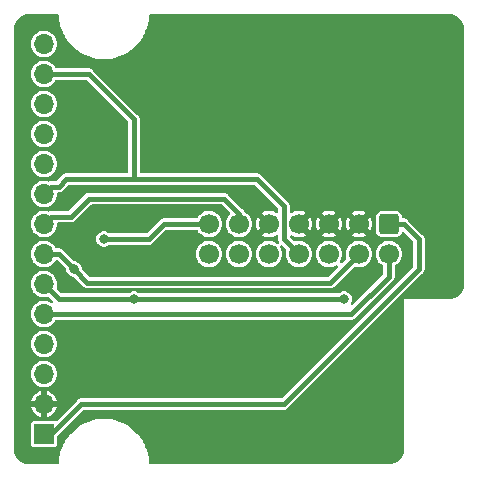
<source format=gtl>
G04 #@! TF.GenerationSoftware,KiCad,Pcbnew,7.0.2*
G04 #@! TF.CreationDate,2023-05-16T20:10:08+02:00*
G04 #@! TF.ProjectId,Display Adapter,44697370-6c61-4792-9041-646170746572,V1.0*
G04 #@! TF.SameCoordinates,Original*
G04 #@! TF.FileFunction,Copper,L1,Top*
G04 #@! TF.FilePolarity,Positive*
%FSLAX46Y46*%
G04 Gerber Fmt 4.6, Leading zero omitted, Abs format (unit mm)*
G04 Created by KiCad (PCBNEW 7.0.2) date 2023-05-16 20:10:08*
%MOMM*%
%LPD*%
G01*
G04 APERTURE LIST*
G04 Aperture macros list*
%AMRoundRect*
0 Rectangle with rounded corners*
0 $1 Rounding radius*
0 $2 $3 $4 $5 $6 $7 $8 $9 X,Y pos of 4 corners*
0 Add a 4 corners polygon primitive as box body*
4,1,4,$2,$3,$4,$5,$6,$7,$8,$9,$2,$3,0*
0 Add four circle primitives for the rounded corners*
1,1,$1+$1,$2,$3*
1,1,$1+$1,$4,$5*
1,1,$1+$1,$6,$7*
1,1,$1+$1,$8,$9*
0 Add four rect primitives between the rounded corners*
20,1,$1+$1,$2,$3,$4,$5,0*
20,1,$1+$1,$4,$5,$6,$7,0*
20,1,$1+$1,$6,$7,$8,$9,0*
20,1,$1+$1,$8,$9,$2,$3,0*%
G04 Aperture macros list end*
G04 #@! TA.AperFunction,ComponentPad*
%ADD10RoundRect,0.250000X-0.600000X0.600000X-0.600000X-0.600000X0.600000X-0.600000X0.600000X0.600000X0*%
G04 #@! TD*
G04 #@! TA.AperFunction,ComponentPad*
%ADD11C,1.700000*%
G04 #@! TD*
G04 #@! TA.AperFunction,ComponentPad*
%ADD12R,1.700000X1.700000*%
G04 #@! TD*
G04 #@! TA.AperFunction,ComponentPad*
%ADD13O,1.700000X1.700000*%
G04 #@! TD*
G04 #@! TA.AperFunction,ViaPad*
%ADD14C,0.800000*%
G04 #@! TD*
G04 #@! TA.AperFunction,Conductor*
%ADD15C,0.440000*%
G04 #@! TD*
G04 APERTURE END LIST*
D10*
X161290000Y-101600000D03*
D11*
X161290000Y-104140000D03*
X158750000Y-101600000D03*
X158750000Y-104140000D03*
X156210000Y-101600000D03*
X156210000Y-104140000D03*
X153670000Y-101600000D03*
X153670000Y-104140000D03*
X151130000Y-101600000D03*
X151130000Y-104140000D03*
X148590000Y-101600000D03*
X148590000Y-104140000D03*
X146050000Y-101600000D03*
X146050000Y-104140000D03*
D12*
X132080000Y-119380000D03*
D13*
X132080000Y-116840000D03*
X132080000Y-114300000D03*
X132080000Y-111760000D03*
X132080000Y-109220000D03*
X132080000Y-106680000D03*
X132080000Y-104140000D03*
X132080000Y-101600000D03*
X132080000Y-99060000D03*
X132080000Y-96520000D03*
X132080000Y-93980000D03*
X132080000Y-91440000D03*
X132080000Y-88900000D03*
X132080000Y-86360000D03*
D14*
X158750000Y-106680000D03*
X130810000Y-85090000D03*
X158750000Y-113030000D03*
X142240000Y-93980000D03*
X163830000Y-106680000D03*
X138430000Y-95250000D03*
X149860000Y-99060000D03*
X139700000Y-87630000D03*
X152400000Y-110490000D03*
X143510000Y-105410000D03*
X153670000Y-99060000D03*
X138430000Y-101600000D03*
X157480000Y-107950000D03*
X139700000Y-107950000D03*
X134620000Y-105410000D03*
X137160000Y-102870000D03*
D15*
X152400000Y-102870000D02*
X153670000Y-104140000D01*
X150123026Y-97790000D02*
X152400000Y-100066974D01*
X133985000Y-97790000D02*
X150123026Y-97790000D01*
X133350000Y-98425000D02*
X133985000Y-97790000D01*
X152400000Y-100066974D02*
X152400000Y-102870000D01*
X132715000Y-98425000D02*
X133350000Y-98425000D01*
X132080000Y-99060000D02*
X132715000Y-98425000D01*
X162560000Y-101600000D02*
X161290000Y-101600000D01*
X163830000Y-102870000D02*
X162560000Y-101600000D01*
X163830000Y-105410000D02*
X163830000Y-102870000D01*
X152400000Y-116840000D02*
X163830000Y-105410000D01*
X132715000Y-119380000D02*
X135255000Y-116840000D01*
X135255000Y-116840000D02*
X152400000Y-116840000D01*
X132080000Y-119380000D02*
X132715000Y-119380000D01*
X158115000Y-109220000D02*
X161290000Y-106045000D01*
X161290000Y-106045000D02*
X161290000Y-104140000D01*
X132080000Y-109220000D02*
X158115000Y-109220000D01*
X133350000Y-107950000D02*
X157480000Y-107950000D01*
X134620000Y-107950000D02*
X139700000Y-107950000D01*
X132080000Y-106680000D02*
X133350000Y-107950000D01*
X156337000Y-106553000D02*
X135763000Y-106553000D01*
X135763000Y-106553000D02*
X134620000Y-105410000D01*
X132080000Y-104140000D02*
X133350000Y-104140000D01*
X133350000Y-104140000D02*
X134620000Y-105410000D01*
X158750000Y-104140000D02*
X156337000Y-106553000D01*
X147320000Y-99441000D02*
X148590000Y-100711000D01*
X148590000Y-100711000D02*
X148590000Y-101600000D01*
X132715000Y-100965000D02*
X134366000Y-100965000D01*
X132080000Y-101600000D02*
X132715000Y-100965000D01*
X134366000Y-100965000D02*
X135890000Y-99441000D01*
X135890000Y-99441000D02*
X147320000Y-99441000D01*
X139700000Y-92710000D02*
X139700000Y-97790000D01*
X135890000Y-88900000D02*
X139700000Y-92710000D01*
X132080000Y-88900000D02*
X135890000Y-88900000D01*
X140970000Y-102870000D02*
X137160000Y-102870000D01*
X146050000Y-101600000D02*
X142240000Y-101600000D01*
X142240000Y-101600000D02*
X140970000Y-102870000D01*
G04 #@! TA.AperFunction,Conductor*
G36*
X133291621Y-83840502D02*
G01*
X133338114Y-83894158D01*
X133349500Y-83946500D01*
X133349500Y-84007198D01*
X133349802Y-84010270D01*
X133349803Y-84010278D01*
X133369805Y-84213359D01*
X133370250Y-84219328D01*
X133374429Y-84301743D01*
X133380298Y-84319896D01*
X133385538Y-84373094D01*
X133386198Y-84379791D01*
X133386799Y-84382814D01*
X133386802Y-84382832D01*
X133429411Y-84597037D01*
X133430379Y-84602538D01*
X133442070Y-84678857D01*
X133448709Y-84694058D01*
X133459239Y-84746992D01*
X133460128Y-84749925D01*
X133460132Y-84749938D01*
X133528066Y-84973886D01*
X133529469Y-84978879D01*
X133547171Y-85047249D01*
X133554038Y-85059504D01*
X133567023Y-85102313D01*
X133567920Y-85105267D01*
X133569096Y-85108107D01*
X133569100Y-85108117D01*
X133665222Y-85340175D01*
X133666969Y-85344632D01*
X133688692Y-85403284D01*
X133695252Y-85412674D01*
X133711195Y-85451163D01*
X133712656Y-85453896D01*
X133840056Y-85692246D01*
X133842057Y-85696152D01*
X133865199Y-85743330D01*
X133870941Y-85750028D01*
X133884859Y-85776066D01*
X133887684Y-85781351D01*
X133889402Y-85783923D01*
X133889405Y-85783927D01*
X134051606Y-86026678D01*
X134053770Y-86030030D01*
X134074938Y-86063990D01*
X134079364Y-86068221D01*
X134093958Y-86090062D01*
X134095687Y-86092649D01*
X134097660Y-86095053D01*
X134298819Y-86340167D01*
X134301057Y-86342973D01*
X134315800Y-86362019D01*
X134318459Y-86364098D01*
X134333201Y-86382061D01*
X134335404Y-86384264D01*
X134580688Y-86629548D01*
X134582917Y-86631833D01*
X134585343Y-86634385D01*
X134585835Y-86634695D01*
X134597939Y-86646799D01*
X134887351Y-86884313D01*
X135198649Y-87092316D01*
X135528837Y-87268805D01*
X135874733Y-87412080D01*
X136233008Y-87520761D01*
X136600209Y-87593802D01*
X136972802Y-87630500D01*
X136975894Y-87630500D01*
X137344106Y-87630500D01*
X137347198Y-87630500D01*
X137719791Y-87593802D01*
X138086992Y-87520761D01*
X138445267Y-87412080D01*
X138791163Y-87268805D01*
X139121351Y-87092316D01*
X139432649Y-86884313D01*
X139722061Y-86646799D01*
X139734163Y-86634696D01*
X139734568Y-86634475D01*
X139737033Y-86631882D01*
X139739192Y-86629667D01*
X139986799Y-86382061D01*
X140001537Y-86364101D01*
X140003755Y-86362590D01*
X140018917Y-86343003D01*
X140021091Y-86340275D01*
X140224313Y-86092649D01*
X140240631Y-86068226D01*
X140244366Y-86065105D01*
X140266217Y-86030048D01*
X140268359Y-86026728D01*
X140432316Y-85781351D01*
X140449056Y-85750031D01*
X140453960Y-85745038D01*
X140477929Y-85696176D01*
X140479931Y-85692269D01*
X140608805Y-85451163D01*
X140624745Y-85412679D01*
X140630447Y-85405603D01*
X140653020Y-85344655D01*
X140654755Y-85340227D01*
X140752080Y-85105267D01*
X140765960Y-85059509D01*
X140772064Y-85050195D01*
X140790519Y-84978916D01*
X140791923Y-84973921D01*
X140859862Y-84749957D01*
X140859867Y-84749938D01*
X140860761Y-84746992D01*
X140871288Y-84694068D01*
X140877382Y-84682417D01*
X140889614Y-84602570D01*
X140890574Y-84597110D01*
X140933802Y-84379791D01*
X140939694Y-84319962D01*
X140945357Y-84305938D01*
X140949747Y-84219345D01*
X140950188Y-84213418D01*
X140970500Y-84007198D01*
X140970500Y-83946499D01*
X140990502Y-83878379D01*
X141044158Y-83831886D01*
X141096500Y-83820500D01*
X166365045Y-83820500D01*
X166374929Y-83820887D01*
X166427001Y-83824986D01*
X166567429Y-83837272D01*
X166585846Y-83840271D01*
X166664452Y-83859143D01*
X166667537Y-83859927D01*
X166772681Y-83888100D01*
X166788265Y-83893390D01*
X166868446Y-83926602D01*
X166873413Y-83928787D01*
X166966686Y-83972282D01*
X166979237Y-83979026D01*
X167055121Y-84025528D01*
X167061505Y-84029713D01*
X167144082Y-84087534D01*
X167153630Y-84094928D01*
X167221919Y-84153252D01*
X167229184Y-84159968D01*
X167300030Y-84230814D01*
X167306746Y-84238079D01*
X167365070Y-84306368D01*
X167372469Y-84315923D01*
X167430275Y-84398479D01*
X167434482Y-84404895D01*
X167480963Y-84480744D01*
X167487726Y-84493330D01*
X167531200Y-84586561D01*
X167533414Y-84591593D01*
X167566603Y-84671719D01*
X167571901Y-84687326D01*
X167600057Y-84792406D01*
X167600869Y-84795604D01*
X167619724Y-84874144D01*
X167622725Y-84892574D01*
X167635019Y-85033082D01*
X167636135Y-85047249D01*
X167639112Y-85085065D01*
X167639500Y-85094940D01*
X167639500Y-106675055D01*
X167639111Y-106684942D01*
X167635020Y-106736916D01*
X167622726Y-106877426D01*
X167619725Y-106895853D01*
X167600869Y-106974395D01*
X167600057Y-106977592D01*
X167571901Y-107082672D01*
X167566603Y-107098279D01*
X167533414Y-107178405D01*
X167531200Y-107183437D01*
X167487726Y-107276668D01*
X167480963Y-107289254D01*
X167434482Y-107365103D01*
X167430263Y-107371538D01*
X167372472Y-107454071D01*
X167365070Y-107463630D01*
X167306746Y-107531919D01*
X167300030Y-107539184D01*
X167229184Y-107610030D01*
X167221919Y-107616746D01*
X167153630Y-107675070D01*
X167144071Y-107682472D01*
X167061538Y-107740263D01*
X167055103Y-107744482D01*
X166979254Y-107790963D01*
X166966668Y-107797726D01*
X166873437Y-107841200D01*
X166868405Y-107843414D01*
X166788279Y-107876603D01*
X166772672Y-107881901D01*
X166667592Y-107910057D01*
X166664394Y-107910869D01*
X166585854Y-107929724D01*
X166567424Y-107932725D01*
X166426917Y-107945019D01*
X166390836Y-107947860D01*
X166374921Y-107949112D01*
X166365059Y-107949500D01*
X162585158Y-107949500D01*
X162584952Y-107949459D01*
X162559999Y-107949459D01*
X162559900Y-107949500D01*
X162559618Y-107949615D01*
X162559617Y-107949617D01*
X162559459Y-107950000D01*
X162559476Y-107975014D01*
X162559471Y-107975014D01*
X162559500Y-107975157D01*
X162559500Y-120645055D01*
X162559111Y-120654942D01*
X162555020Y-120706916D01*
X162542726Y-120847426D01*
X162539725Y-120865853D01*
X162520869Y-120944395D01*
X162520057Y-120947592D01*
X162491901Y-121052672D01*
X162486603Y-121068279D01*
X162453414Y-121148405D01*
X162451200Y-121153437D01*
X162407726Y-121246668D01*
X162400963Y-121259254D01*
X162354482Y-121335103D01*
X162350263Y-121341538D01*
X162292472Y-121424071D01*
X162285070Y-121433630D01*
X162226746Y-121501919D01*
X162220030Y-121509184D01*
X162149184Y-121580030D01*
X162141919Y-121586746D01*
X162073630Y-121645070D01*
X162064071Y-121652472D01*
X161981538Y-121710263D01*
X161975103Y-121714482D01*
X161899254Y-121760963D01*
X161886668Y-121767726D01*
X161793437Y-121811200D01*
X161788405Y-121813414D01*
X161708279Y-121846603D01*
X161692672Y-121851901D01*
X161587592Y-121880057D01*
X161584394Y-121880869D01*
X161505854Y-121899724D01*
X161487424Y-121902725D01*
X161346917Y-121915019D01*
X161310836Y-121917860D01*
X161294921Y-121919112D01*
X161285059Y-121919500D01*
X141096500Y-121919500D01*
X141028379Y-121899498D01*
X140981886Y-121845842D01*
X140970500Y-121793500D01*
X140970500Y-121735894D01*
X140970500Y-121732802D01*
X140950190Y-121526603D01*
X140949747Y-121520650D01*
X140945565Y-121438197D01*
X140939695Y-121420043D01*
X140934106Y-121363297D01*
X140934106Y-121363296D01*
X140933802Y-121360209D01*
X140890581Y-121142927D01*
X140889617Y-121137442D01*
X140877928Y-121061140D01*
X140871288Y-121045932D01*
X140870565Y-121042297D01*
X140860761Y-120993008D01*
X140791925Y-120766086D01*
X140790524Y-120761098D01*
X140772827Y-120692751D01*
X140765960Y-120680490D01*
X140752976Y-120637686D01*
X140752974Y-120637681D01*
X140752080Y-120634733D01*
X140654766Y-120399797D01*
X140653028Y-120395364D01*
X140631308Y-120336718D01*
X140624745Y-120327320D01*
X140609990Y-120291698D01*
X140608805Y-120288837D01*
X140479942Y-120047751D01*
X140477941Y-120043845D01*
X140454801Y-119996671D01*
X140449057Y-119989969D01*
X140432316Y-119958649D01*
X140268383Y-119713306D01*
X140266232Y-119709974D01*
X140245068Y-119676019D01*
X140240631Y-119671773D01*
X140226040Y-119649936D01*
X140226038Y-119649933D01*
X140224313Y-119647351D01*
X140106076Y-119503279D01*
X140021176Y-119399827D01*
X140018938Y-119397021D01*
X140004204Y-119377986D01*
X140001538Y-119375899D01*
X139986799Y-119357939D01*
X139739310Y-119110450D01*
X139737081Y-119108164D01*
X139734663Y-119105620D01*
X139734163Y-119105303D01*
X139724264Y-119095404D01*
X139722061Y-119093201D01*
X139432649Y-118855687D01*
X139121351Y-118647684D01*
X138791163Y-118471195D01*
X138788309Y-118470013D01*
X138788301Y-118470009D01*
X138448117Y-118329100D01*
X138448107Y-118329096D01*
X138445267Y-118327920D01*
X138442325Y-118327027D01*
X138442318Y-118327025D01*
X138089938Y-118220132D01*
X138089925Y-118220128D01*
X138086992Y-118219239D01*
X138083966Y-118218637D01*
X137722832Y-118146802D01*
X137722814Y-118146799D01*
X137719791Y-118146198D01*
X137716714Y-118145894D01*
X137716701Y-118145893D01*
X137350278Y-118109803D01*
X137350270Y-118109802D01*
X137347198Y-118109500D01*
X136972802Y-118109500D01*
X136969730Y-118109802D01*
X136969721Y-118109803D01*
X136603298Y-118145893D01*
X136603282Y-118145895D01*
X136600209Y-118146198D01*
X136597188Y-118146798D01*
X136597167Y-118146802D01*
X136236033Y-118218637D01*
X136236027Y-118218638D01*
X136233008Y-118219239D01*
X136230079Y-118220127D01*
X136230061Y-118220132D01*
X135877681Y-118327025D01*
X135877667Y-118327029D01*
X135874733Y-118327920D01*
X135871898Y-118329094D01*
X135871882Y-118329100D01*
X135531698Y-118470009D01*
X135531682Y-118470016D01*
X135528837Y-118471195D01*
X135526108Y-118472653D01*
X135526103Y-118472656D01*
X135201381Y-118646223D01*
X135201369Y-118646229D01*
X135198649Y-118647684D01*
X135196085Y-118649397D01*
X135196072Y-118649405D01*
X134889932Y-118853962D01*
X134889926Y-118853966D01*
X134887351Y-118855687D01*
X134884955Y-118857653D01*
X134884946Y-118857660D01*
X134600347Y-119091224D01*
X134600337Y-119091232D01*
X134597939Y-119093201D01*
X134595744Y-119095395D01*
X134595744Y-119095396D01*
X134585832Y-119105308D01*
X134585417Y-119105534D01*
X134582889Y-119108194D01*
X134580668Y-119110471D01*
X134333201Y-119357939D01*
X134331228Y-119360341D01*
X134331228Y-119360343D01*
X134318458Y-119375903D01*
X134316237Y-119377415D01*
X134301054Y-119397029D01*
X134298819Y-119399833D01*
X134179982Y-119544637D01*
X134095687Y-119647351D01*
X134093968Y-119649922D01*
X134093961Y-119649933D01*
X134079363Y-119671780D01*
X134075626Y-119674902D01*
X134053755Y-119709991D01*
X134051592Y-119713342D01*
X133889405Y-119956072D01*
X133889397Y-119956085D01*
X133887684Y-119958649D01*
X133886229Y-119961369D01*
X133886223Y-119961381D01*
X133870941Y-119989972D01*
X133866034Y-119994967D01*
X133842046Y-120043869D01*
X133840045Y-120047774D01*
X133712656Y-120286103D01*
X133711195Y-120288837D01*
X133710017Y-120291680D01*
X133710007Y-120291702D01*
X133695252Y-120327325D01*
X133689547Y-120334404D01*
X133666961Y-120395387D01*
X133665214Y-120399844D01*
X133569100Y-120631882D01*
X133569094Y-120631898D01*
X133567920Y-120634733D01*
X133567030Y-120637663D01*
X133567018Y-120637700D01*
X133554037Y-120680495D01*
X133547933Y-120689808D01*
X133529469Y-120761121D01*
X133528066Y-120766114D01*
X133460132Y-120990061D01*
X133460127Y-120990079D01*
X133459239Y-120993008D01*
X133458641Y-120996012D01*
X133458639Y-120996022D01*
X133448709Y-121045944D01*
X133442614Y-121057594D01*
X133430379Y-121137460D01*
X133429411Y-121142960D01*
X133386802Y-121357167D01*
X133386798Y-121357188D01*
X133386198Y-121360209D01*
X133385895Y-121363276D01*
X133385893Y-121363296D01*
X133380298Y-121420109D01*
X133374640Y-121434120D01*
X133370251Y-121520666D01*
X133369806Y-121526634D01*
X133351719Y-121710275D01*
X133349500Y-121732802D01*
X133349500Y-121735893D01*
X133349500Y-121735894D01*
X133349500Y-121793500D01*
X133329498Y-121861621D01*
X133275842Y-121908114D01*
X133223500Y-121919500D01*
X130814945Y-121919500D01*
X130805058Y-121919111D01*
X130753083Y-121915020D01*
X130612572Y-121902726D01*
X130594145Y-121899725D01*
X130515603Y-121880869D01*
X130512406Y-121880057D01*
X130407326Y-121851901D01*
X130391719Y-121846603D01*
X130311593Y-121813414D01*
X130306561Y-121811200D01*
X130248426Y-121784091D01*
X130213326Y-121767723D01*
X130200749Y-121760966D01*
X130124894Y-121714481D01*
X130118479Y-121710275D01*
X130035923Y-121652469D01*
X130026368Y-121645070D01*
X129958079Y-121586746D01*
X129950814Y-121580030D01*
X129879968Y-121509184D01*
X129873252Y-121501919D01*
X129814928Y-121433630D01*
X129807534Y-121424082D01*
X129749713Y-121341505D01*
X129745528Y-121335121D01*
X129699026Y-121259237D01*
X129692282Y-121246686D01*
X129648787Y-121153413D01*
X129646602Y-121148446D01*
X129613390Y-121068265D01*
X129608100Y-121052681D01*
X129579927Y-120947537D01*
X129579139Y-120944434D01*
X129560274Y-120865853D01*
X129557272Y-120847423D01*
X129551323Y-120779427D01*
X129544979Y-120706916D01*
X129540888Y-120654924D01*
X129540500Y-120645050D01*
X129540500Y-120255068D01*
X130975500Y-120255068D01*
X130990265Y-120329300D01*
X131046515Y-120413484D01*
X131102764Y-120451068D01*
X131130699Y-120469734D01*
X131204933Y-120484500D01*
X132955066Y-120484499D01*
X132955068Y-120484499D01*
X133004555Y-120474655D01*
X133029301Y-120469734D01*
X133113484Y-120413484D01*
X133169734Y-120329301D01*
X133184500Y-120255067D01*
X133184499Y-119633732D01*
X133204501Y-119565612D01*
X133221395Y-119544647D01*
X135414642Y-117351402D01*
X135476952Y-117317379D01*
X135503735Y-117314500D01*
X152335443Y-117314500D01*
X152362224Y-117317378D01*
X152365801Y-117318157D01*
X152410659Y-117314948D01*
X152412449Y-117314821D01*
X152421436Y-117314500D01*
X152433935Y-117314500D01*
X152446309Y-117312720D01*
X152455231Y-117311760D01*
X152501899Y-117308424D01*
X152505326Y-117307146D01*
X152531434Y-117300482D01*
X152532355Y-117300349D01*
X152535057Y-117299961D01*
X152577625Y-117280520D01*
X152585912Y-117277088D01*
X152629742Y-117260741D01*
X152632674Y-117258545D01*
X152655842Y-117244799D01*
X152659172Y-117243279D01*
X152694552Y-117212620D01*
X152701497Y-117207024D01*
X152711526Y-117199518D01*
X152720361Y-117190681D01*
X152726948Y-117184550D01*
X152762287Y-117153929D01*
X152762287Y-117153928D01*
X152762290Y-117153926D01*
X152764269Y-117150844D01*
X152781168Y-117129874D01*
X164119876Y-105791167D01*
X164140851Y-105774265D01*
X164143926Y-105772290D01*
X164174561Y-105736934D01*
X164180661Y-105730382D01*
X164189518Y-105721527D01*
X164197023Y-105711498D01*
X164202653Y-105704513D01*
X164233279Y-105669172D01*
X164234800Y-105665839D01*
X164248548Y-105642671D01*
X164250741Y-105639742D01*
X164267088Y-105595912D01*
X164270520Y-105587625D01*
X164289961Y-105545057D01*
X164290482Y-105541434D01*
X164297146Y-105515326D01*
X164298424Y-105511899D01*
X164301760Y-105465231D01*
X164302720Y-105456309D01*
X164304500Y-105443935D01*
X164304500Y-105431436D01*
X164304821Y-105422449D01*
X164308157Y-105375802D01*
X164307379Y-105372224D01*
X164304500Y-105345444D01*
X164304500Y-102934554D01*
X164307380Y-102907770D01*
X164307456Y-102907418D01*
X164308157Y-102904198D01*
X164304821Y-102857554D01*
X164304500Y-102848566D01*
X164304500Y-102836067D01*
X164304462Y-102835801D01*
X164302718Y-102823677D01*
X164301759Y-102814748D01*
X164298423Y-102768102D01*
X164297145Y-102764675D01*
X164290482Y-102738568D01*
X164289961Y-102734943D01*
X164270524Y-102692383D01*
X164267084Y-102684077D01*
X164264310Y-102676639D01*
X164250741Y-102640258D01*
X164248547Y-102637327D01*
X164234800Y-102614157D01*
X164233280Y-102610829D01*
X164202655Y-102575487D01*
X164197006Y-102568477D01*
X164189518Y-102558473D01*
X164180667Y-102549622D01*
X164174549Y-102543051D01*
X164143924Y-102507707D01*
X164140848Y-102505731D01*
X164119871Y-102488827D01*
X162941172Y-101310128D01*
X162924269Y-101289154D01*
X162922290Y-101286074D01*
X162886936Y-101255439D01*
X162880368Y-101249324D01*
X162871526Y-101240482D01*
X162861518Y-101232989D01*
X162854521Y-101227351D01*
X162854504Y-101227336D01*
X162819172Y-101196721D01*
X162819168Y-101196719D01*
X162815838Y-101195198D01*
X162792673Y-101181453D01*
X162789740Y-101179257D01*
X162745917Y-101162912D01*
X162737609Y-101159471D01*
X162695056Y-101140038D01*
X162691419Y-101139515D01*
X162665338Y-101132857D01*
X162661902Y-101131575D01*
X162615240Y-101128238D01*
X162606306Y-101127278D01*
X162597790Y-101126054D01*
X162593935Y-101125500D01*
X162593934Y-101125500D01*
X162581436Y-101125500D01*
X162572448Y-101125179D01*
X162511511Y-101120821D01*
X162444991Y-101096011D01*
X162402444Y-101039175D01*
X162394499Y-100995142D01*
X162394499Y-100955116D01*
X162394499Y-100955112D01*
X162394499Y-100951746D01*
X162388040Y-100891658D01*
X162337342Y-100755733D01*
X162306711Y-100714814D01*
X162250404Y-100639595D01*
X162134268Y-100552658D01*
X161998339Y-100501959D01*
X161941603Y-100495859D01*
X161941585Y-100495858D01*
X161938255Y-100495500D01*
X161934887Y-100495500D01*
X160645116Y-100495500D01*
X160645097Y-100495500D01*
X160641746Y-100495501D01*
X160638404Y-100495860D01*
X160638389Y-100495861D01*
X160581661Y-100501959D01*
X160445731Y-100552658D01*
X160329595Y-100639595D01*
X160242658Y-100755731D01*
X160191959Y-100891660D01*
X160185859Y-100948396D01*
X160185857Y-100948415D01*
X160185500Y-100951745D01*
X160185500Y-100955111D01*
X160185500Y-100955112D01*
X160185500Y-102244883D01*
X160185500Y-102244901D01*
X160185501Y-102248254D01*
X160185860Y-102251596D01*
X160185861Y-102251610D01*
X160191959Y-102308338D01*
X160191959Y-102308340D01*
X160191960Y-102308342D01*
X160217008Y-102375498D01*
X160242658Y-102444268D01*
X160329595Y-102560404D01*
X160445731Y-102647341D01*
X160445732Y-102647341D01*
X160445733Y-102647342D01*
X160581658Y-102698040D01*
X160627076Y-102702923D01*
X160638377Y-102704138D01*
X160641745Y-102704500D01*
X161938254Y-102704499D01*
X161998342Y-102698040D01*
X162134267Y-102647342D01*
X162250404Y-102560404D01*
X162337342Y-102444267D01*
X162376371Y-102339625D01*
X162418915Y-102282793D01*
X162485435Y-102257982D01*
X162554810Y-102273073D01*
X162583520Y-102294565D01*
X163318595Y-103029639D01*
X163352620Y-103091952D01*
X163355500Y-103118735D01*
X163355500Y-105161265D01*
X163335498Y-105229386D01*
X163318595Y-105250360D01*
X152240361Y-116328595D01*
X152178049Y-116362621D01*
X152151266Y-116365500D01*
X135319556Y-116365500D01*
X135292776Y-116362621D01*
X135289199Y-116361843D01*
X135289198Y-116361843D01*
X135267185Y-116363417D01*
X135242554Y-116365179D01*
X135233566Y-116365500D01*
X135221062Y-116365500D01*
X135208691Y-116367278D01*
X135199759Y-116368239D01*
X135153097Y-116371577D01*
X135149664Y-116372858D01*
X135123578Y-116379516D01*
X135119943Y-116380038D01*
X135077382Y-116399475D01*
X135069084Y-116402911D01*
X135043670Y-116412391D01*
X135025252Y-116419261D01*
X135022314Y-116421461D01*
X134999169Y-116435194D01*
X134995829Y-116436719D01*
X134971531Y-116457773D01*
X134960488Y-116467342D01*
X134953495Y-116472979D01*
X134943470Y-116480483D01*
X134934622Y-116489331D01*
X134928047Y-116495452D01*
X134892710Y-116526073D01*
X134890729Y-116529156D01*
X134873830Y-116550123D01*
X133163992Y-118259962D01*
X133101680Y-118293987D01*
X133050316Y-118294446D01*
X132955067Y-118275500D01*
X131204931Y-118275500D01*
X131130699Y-118290265D01*
X131046515Y-118346515D01*
X130990266Y-118430698D01*
X130975500Y-118504933D01*
X130975500Y-120255068D01*
X129540500Y-120255068D01*
X129540500Y-116585999D01*
X131004450Y-116585999D01*
X131004451Y-116586000D01*
X131648884Y-116586000D01*
X131620507Y-116630156D01*
X131580000Y-116768111D01*
X131580000Y-116911889D01*
X131620507Y-117049844D01*
X131648884Y-117094000D01*
X131004451Y-117094000D01*
X131046140Y-117240522D01*
X131137337Y-117423669D01*
X131260638Y-117586945D01*
X131411844Y-117724788D01*
X131585792Y-117832492D01*
X131776581Y-117906404D01*
X131825999Y-117915641D01*
X131825999Y-117273674D01*
X131937685Y-117324680D01*
X132044237Y-117340000D01*
X132115763Y-117340000D01*
X132222315Y-117324680D01*
X132334000Y-117273674D01*
X132334000Y-117915642D01*
X132383419Y-117906404D01*
X132574204Y-117832493D01*
X132748155Y-117724788D01*
X132899361Y-117586945D01*
X133022662Y-117423669D01*
X133113859Y-117240522D01*
X133155549Y-117094000D01*
X132511116Y-117094000D01*
X132539493Y-117049844D01*
X132580000Y-116911889D01*
X132580000Y-116768111D01*
X132539493Y-116630156D01*
X132511116Y-116586000D01*
X133155549Y-116586000D01*
X133155549Y-116585999D01*
X133113859Y-116439477D01*
X133022662Y-116256330D01*
X132899361Y-116093054D01*
X132748155Y-115955211D01*
X132574204Y-115847506D01*
X132383422Y-115773596D01*
X132334000Y-115764357D01*
X132334000Y-116406325D01*
X132222315Y-116355320D01*
X132115763Y-116340000D01*
X132044237Y-116340000D01*
X131937685Y-116355320D01*
X131825999Y-116406325D01*
X131825999Y-115764357D01*
X131776577Y-115773596D01*
X131585795Y-115847506D01*
X131411844Y-115955211D01*
X131260638Y-116093054D01*
X131137337Y-116256330D01*
X131046140Y-116439477D01*
X131004450Y-116585999D01*
X129540500Y-116585999D01*
X129540500Y-114299999D01*
X130970767Y-114299999D01*
X130989654Y-114503819D01*
X131045672Y-114700702D01*
X131136910Y-114883933D01*
X131136912Y-114883935D01*
X131260268Y-115047285D01*
X131411538Y-115185186D01*
X131585573Y-115292944D01*
X131776444Y-115366888D01*
X131977653Y-115404500D01*
X131977655Y-115404500D01*
X132182345Y-115404500D01*
X132182347Y-115404500D01*
X132383556Y-115366888D01*
X132574427Y-115292944D01*
X132748462Y-115185186D01*
X132899732Y-115047285D01*
X133023088Y-114883935D01*
X133114328Y-114700701D01*
X133170345Y-114503821D01*
X133189232Y-114300000D01*
X133170345Y-114096179D01*
X133114328Y-113899299D01*
X133113585Y-113897807D01*
X133023089Y-113716066D01*
X132992886Y-113676072D01*
X132899732Y-113552715D01*
X132748462Y-113414814D01*
X132700087Y-113384861D01*
X132574428Y-113307056D01*
X132478991Y-113270083D01*
X132383556Y-113233112D01*
X132182347Y-113195500D01*
X131977653Y-113195500D01*
X131776444Y-113233111D01*
X131776444Y-113233112D01*
X131585571Y-113307056D01*
X131411539Y-113414813D01*
X131260267Y-113552716D01*
X131136910Y-113716066D01*
X131045672Y-113899297D01*
X130989654Y-114096180D01*
X130970767Y-114299999D01*
X129540500Y-114299999D01*
X129540500Y-111759999D01*
X130970767Y-111759999D01*
X130989654Y-111963819D01*
X131045672Y-112160702D01*
X131136910Y-112343933D01*
X131136912Y-112343935D01*
X131260268Y-112507285D01*
X131411538Y-112645186D01*
X131585573Y-112752944D01*
X131776444Y-112826888D01*
X131977653Y-112864500D01*
X131977655Y-112864500D01*
X132182345Y-112864500D01*
X132182347Y-112864500D01*
X132383556Y-112826888D01*
X132574427Y-112752944D01*
X132748462Y-112645186D01*
X132899732Y-112507285D01*
X133023088Y-112343935D01*
X133114328Y-112160701D01*
X133170345Y-111963821D01*
X133189232Y-111760000D01*
X133170345Y-111556179D01*
X133114328Y-111359299D01*
X133113585Y-111357807D01*
X133023089Y-111176066D01*
X132992886Y-111136071D01*
X132899732Y-111012715D01*
X132748462Y-110874814D01*
X132700087Y-110844861D01*
X132574428Y-110767056D01*
X132478991Y-110730083D01*
X132383556Y-110693112D01*
X132182347Y-110655500D01*
X131977653Y-110655500D01*
X131776443Y-110693111D01*
X131776444Y-110693112D01*
X131585571Y-110767056D01*
X131411539Y-110874813D01*
X131260267Y-111012716D01*
X131136910Y-111176066D01*
X131045672Y-111359297D01*
X130989654Y-111556180D01*
X130970767Y-111759999D01*
X129540500Y-111759999D01*
X129540500Y-109220000D01*
X130970767Y-109220000D01*
X130989654Y-109423819D01*
X131045672Y-109620702D01*
X131136910Y-109803933D01*
X131197314Y-109883920D01*
X131260268Y-109967285D01*
X131411538Y-110105186D01*
X131585573Y-110212944D01*
X131776444Y-110286888D01*
X131977653Y-110324500D01*
X131977655Y-110324500D01*
X132182345Y-110324500D01*
X132182347Y-110324500D01*
X132383556Y-110286888D01*
X132574427Y-110212944D01*
X132748462Y-110105186D01*
X132899732Y-109967285D01*
X133023088Y-109803935D01*
X133042805Y-109764336D01*
X133091075Y-109712273D01*
X133155596Y-109694500D01*
X158050443Y-109694500D01*
X158077224Y-109697378D01*
X158080801Y-109698157D01*
X158125659Y-109694948D01*
X158127449Y-109694821D01*
X158136436Y-109694500D01*
X158148935Y-109694500D01*
X158161309Y-109692720D01*
X158170231Y-109691760D01*
X158216899Y-109688424D01*
X158220326Y-109687146D01*
X158246434Y-109680482D01*
X158247355Y-109680349D01*
X158250057Y-109679961D01*
X158292625Y-109660520D01*
X158300912Y-109657088D01*
X158344742Y-109640741D01*
X158347674Y-109638545D01*
X158370842Y-109624799D01*
X158374172Y-109623279D01*
X158409552Y-109592620D01*
X158416497Y-109587024D01*
X158426526Y-109579518D01*
X158435361Y-109570681D01*
X158441948Y-109564550D01*
X158477287Y-109533929D01*
X158477287Y-109533928D01*
X158477290Y-109533926D01*
X158479269Y-109530844D01*
X158496168Y-109509874D01*
X161579876Y-106426167D01*
X161600851Y-106409265D01*
X161603926Y-106407290D01*
X161634561Y-106371934D01*
X161640661Y-106365382D01*
X161649518Y-106356527D01*
X161657023Y-106346498D01*
X161662653Y-106339513D01*
X161693279Y-106304172D01*
X161694800Y-106300839D01*
X161708548Y-106277671D01*
X161710741Y-106274742D01*
X161727088Y-106230912D01*
X161730520Y-106222625D01*
X161749961Y-106180057D01*
X161750482Y-106176434D01*
X161757146Y-106150326D01*
X161758424Y-106146899D01*
X161761760Y-106100231D01*
X161762720Y-106091309D01*
X161764500Y-106078935D01*
X161764500Y-106066436D01*
X161764821Y-106057450D01*
X161768157Y-106010799D01*
X161767379Y-106007223D01*
X161764500Y-105980443D01*
X161764500Y-105215463D01*
X161784502Y-105147342D01*
X161824166Y-105108338D01*
X161958462Y-105025186D01*
X162109732Y-104887285D01*
X162233088Y-104723935D01*
X162324328Y-104540701D01*
X162380345Y-104343821D01*
X162399232Y-104140000D01*
X162380345Y-103936179D01*
X162324328Y-103739299D01*
X162294820Y-103680039D01*
X162233089Y-103556066D01*
X162180527Y-103486463D01*
X162109732Y-103392715D01*
X161958462Y-103254814D01*
X161898196Y-103217499D01*
X161784428Y-103147056D01*
X161660073Y-103098881D01*
X161593556Y-103073112D01*
X161392347Y-103035500D01*
X161187653Y-103035500D01*
X161021580Y-103066544D01*
X160986444Y-103073112D01*
X160795571Y-103147056D01*
X160621539Y-103254813D01*
X160564073Y-103307200D01*
X160472537Y-103390647D01*
X160470267Y-103392716D01*
X160346910Y-103556066D01*
X160255672Y-103739297D01*
X160199654Y-103936180D01*
X160180767Y-104140000D01*
X160199654Y-104343819D01*
X160255672Y-104540702D01*
X160346910Y-104723933D01*
X160388271Y-104778703D01*
X160470268Y-104887285D01*
X160621538Y-105025186D01*
X160755832Y-105108337D01*
X160803218Y-105161202D01*
X160815500Y-105215463D01*
X160815500Y-105796265D01*
X160795498Y-105864386D01*
X160778595Y-105885360D01*
X158268805Y-108395150D01*
X158206493Y-108429176D01*
X158135678Y-108424111D01*
X158078842Y-108381564D01*
X158054031Y-108315044D01*
X158061898Y-108261374D01*
X158063785Y-108256397D01*
X158063787Y-108256395D01*
X158120149Y-108107782D01*
X158139307Y-107950000D01*
X158120149Y-107792218D01*
X158063787Y-107643605D01*
X157973498Y-107512799D01*
X157854529Y-107407401D01*
X157713793Y-107333537D01*
X157559471Y-107295500D01*
X157400529Y-107295500D01*
X157246207Y-107333537D01*
X157246206Y-107333537D01*
X157246204Y-107333538D01*
X157105470Y-107407401D01*
X157064371Y-107443812D01*
X157000118Y-107474013D01*
X156980818Y-107475500D01*
X140199182Y-107475500D01*
X140131061Y-107455498D01*
X140115629Y-107443812D01*
X140074529Y-107407401D01*
X139933795Y-107333538D01*
X139933794Y-107333537D01*
X139933793Y-107333537D01*
X139779471Y-107295500D01*
X139620529Y-107295500D01*
X139466207Y-107333537D01*
X139466206Y-107333537D01*
X139466204Y-107333538D01*
X139325470Y-107407401D01*
X139284371Y-107443812D01*
X139220118Y-107474013D01*
X139200818Y-107475500D01*
X133598735Y-107475500D01*
X133530614Y-107455498D01*
X133509640Y-107438595D01*
X133174974Y-107103929D01*
X133140948Y-107041617D01*
X133142878Y-106980354D01*
X133170345Y-106883821D01*
X133189232Y-106680000D01*
X133170345Y-106476179D01*
X133114328Y-106279299D01*
X133050107Y-106150326D01*
X133023089Y-106096066D01*
X132970527Y-106026463D01*
X132899732Y-105932715D01*
X132748462Y-105794814D01*
X132630100Y-105721527D01*
X132574428Y-105687056D01*
X132452293Y-105639741D01*
X132383556Y-105613112D01*
X132182347Y-105575500D01*
X131977653Y-105575500D01*
X131776444Y-105613111D01*
X131776444Y-105613112D01*
X131585571Y-105687056D01*
X131411539Y-105794813D01*
X131260267Y-105932716D01*
X131136910Y-106096066D01*
X131045672Y-106279297D01*
X130989654Y-106476180D01*
X130970767Y-106680000D01*
X130989654Y-106883819D01*
X131045672Y-107080702D01*
X131136910Y-107263933D01*
X131189473Y-107333537D01*
X131260268Y-107427285D01*
X131411538Y-107565186D01*
X131585573Y-107672944D01*
X131776444Y-107746888D01*
X131977653Y-107784500D01*
X131977655Y-107784500D01*
X132182345Y-107784500D01*
X132182347Y-107784500D01*
X132383556Y-107746888D01*
X132383558Y-107746887D01*
X132395034Y-107744742D01*
X132395812Y-107748905D01*
X132444203Y-107744807D01*
X132506955Y-107778013D01*
X132508129Y-107779173D01*
X132808463Y-108079507D01*
X132842489Y-108141819D01*
X132837424Y-108212634D01*
X132794877Y-108269470D01*
X132728357Y-108294281D01*
X132658983Y-108279190D01*
X132653037Y-108275729D01*
X132574428Y-108227056D01*
X132478991Y-108190083D01*
X132383556Y-108153112D01*
X132182347Y-108115500D01*
X131977653Y-108115500D01*
X131776444Y-108153111D01*
X131776444Y-108153112D01*
X131585571Y-108227056D01*
X131411539Y-108334813D01*
X131260267Y-108472716D01*
X131136910Y-108636066D01*
X131045672Y-108819297D01*
X130989654Y-109016180D01*
X130970767Y-109220000D01*
X129540500Y-109220000D01*
X129540500Y-104140000D01*
X130970767Y-104140000D01*
X130989654Y-104343819D01*
X131045672Y-104540702D01*
X131136910Y-104723933D01*
X131178271Y-104778703D01*
X131260268Y-104887285D01*
X131411538Y-105025186D01*
X131585573Y-105132944D01*
X131776444Y-105206888D01*
X131977653Y-105244500D01*
X131977655Y-105244500D01*
X132182345Y-105244500D01*
X132182347Y-105244500D01*
X132383556Y-105206888D01*
X132574427Y-105132944D01*
X132748462Y-105025186D01*
X132899732Y-104887285D01*
X133023088Y-104723935D01*
X133024743Y-104720610D01*
X133029357Y-104715632D01*
X133030124Y-104714618D01*
X133030226Y-104714695D01*
X133073006Y-104668547D01*
X133141760Y-104650840D01*
X133209171Y-104673115D01*
X133226630Y-104687674D01*
X133931569Y-105392613D01*
X133965595Y-105454925D01*
X133967555Y-105466520D01*
X133979850Y-105567780D01*
X134036212Y-105716394D01*
X134076156Y-105774262D01*
X134126502Y-105847201D01*
X134245471Y-105952599D01*
X134386207Y-106026463D01*
X134540529Y-106064500D01*
X134551266Y-106064500D01*
X134619387Y-106084502D01*
X134640361Y-106101405D01*
X135381827Y-106842871D01*
X135398731Y-106863848D01*
X135400707Y-106866924D01*
X135420203Y-106883817D01*
X135434093Y-106895853D01*
X135436051Y-106897549D01*
X135442622Y-106903667D01*
X135451469Y-106912514D01*
X135451473Y-106912518D01*
X135461477Y-106920006D01*
X135468487Y-106925655D01*
X135503829Y-106956280D01*
X135507157Y-106957800D01*
X135530327Y-106971547D01*
X135533258Y-106973741D01*
X135577078Y-106990085D01*
X135577089Y-106990089D01*
X135585386Y-106993525D01*
X135627943Y-107012961D01*
X135631573Y-107013483D01*
X135657669Y-107020144D01*
X135661100Y-107021424D01*
X135664965Y-107021700D01*
X135707772Y-107024761D01*
X135716684Y-107025719D01*
X135729065Y-107027500D01*
X135741563Y-107027500D01*
X135750550Y-107027821D01*
X135752471Y-107027958D01*
X135797198Y-107031157D01*
X135800774Y-107030378D01*
X135827556Y-107027500D01*
X156272443Y-107027500D01*
X156299224Y-107030378D01*
X156302801Y-107031157D01*
X156347659Y-107027948D01*
X156349449Y-107027821D01*
X156358436Y-107027500D01*
X156370935Y-107027500D01*
X156383309Y-107025720D01*
X156392231Y-107024760D01*
X156438899Y-107021424D01*
X156442326Y-107020146D01*
X156468434Y-107013482D01*
X156469355Y-107013349D01*
X156472057Y-107012961D01*
X156514625Y-106993520D01*
X156522912Y-106990088D01*
X156566742Y-106973741D01*
X156569674Y-106971545D01*
X156592842Y-106957799D01*
X156596172Y-106956279D01*
X156631552Y-106925620D01*
X156638497Y-106920024D01*
X156648526Y-106912518D01*
X156657361Y-106903681D01*
X156663948Y-106897550D01*
X156699287Y-106866929D01*
X156699287Y-106866928D01*
X156699290Y-106866926D01*
X156701269Y-106863844D01*
X156718168Y-106842874D01*
X158321872Y-105239170D01*
X158384182Y-105205146D01*
X158434222Y-105208725D01*
X158434967Y-105204742D01*
X158446441Y-105206886D01*
X158446444Y-105206888D01*
X158647653Y-105244500D01*
X158647655Y-105244500D01*
X158852345Y-105244500D01*
X158852347Y-105244500D01*
X159053556Y-105206888D01*
X159244427Y-105132944D01*
X159418462Y-105025186D01*
X159569732Y-104887285D01*
X159693088Y-104723935D01*
X159784328Y-104540701D01*
X159840345Y-104343821D01*
X159859232Y-104140000D01*
X159840345Y-103936179D01*
X159784328Y-103739299D01*
X159754820Y-103680039D01*
X159693089Y-103556066D01*
X159640527Y-103486463D01*
X159569732Y-103392715D01*
X159418462Y-103254814D01*
X159358196Y-103217499D01*
X159244428Y-103147056D01*
X159120073Y-103098881D01*
X159053556Y-103073112D01*
X158852347Y-103035500D01*
X158647653Y-103035500D01*
X158481580Y-103066544D01*
X158446444Y-103073112D01*
X158255571Y-103147056D01*
X158081539Y-103254813D01*
X158024073Y-103307200D01*
X157932537Y-103390647D01*
X157930267Y-103392716D01*
X157806910Y-103556066D01*
X157715672Y-103739297D01*
X157659654Y-103936180D01*
X157640767Y-104139999D01*
X157659654Y-104343815D01*
X157659655Y-104343821D01*
X157682252Y-104423246D01*
X157687120Y-104440353D01*
X157686522Y-104511347D01*
X157655024Y-104563928D01*
X157360143Y-104858809D01*
X157297831Y-104892835D01*
X157227016Y-104887770D01*
X157170180Y-104845223D01*
X157145369Y-104778703D01*
X157158257Y-104713553D01*
X157244328Y-104540701D01*
X157300345Y-104343821D01*
X157319232Y-104140000D01*
X157300345Y-103936179D01*
X157244328Y-103739299D01*
X157214820Y-103680039D01*
X157153089Y-103556066D01*
X157100527Y-103486463D01*
X157029732Y-103392715D01*
X156878462Y-103254814D01*
X156818196Y-103217499D01*
X156704428Y-103147056D01*
X156580073Y-103098881D01*
X156513556Y-103073112D01*
X156312347Y-103035500D01*
X156107653Y-103035500D01*
X155941580Y-103066544D01*
X155906444Y-103073112D01*
X155715571Y-103147056D01*
X155541539Y-103254813D01*
X155484073Y-103307200D01*
X155392537Y-103390647D01*
X155390267Y-103392716D01*
X155266910Y-103556066D01*
X155175672Y-103739297D01*
X155119654Y-103936180D01*
X155100767Y-104140000D01*
X155119654Y-104343819D01*
X155175672Y-104540702D01*
X155266910Y-104723933D01*
X155308271Y-104778703D01*
X155390268Y-104887285D01*
X155541538Y-105025186D01*
X155715573Y-105132944D01*
X155906444Y-105206888D01*
X156107653Y-105244500D01*
X156107655Y-105244500D01*
X156312345Y-105244500D01*
X156312347Y-105244500D01*
X156513556Y-105206888D01*
X156704427Y-105132944D01*
X156783032Y-105084273D01*
X156851478Y-105065419D01*
X156919253Y-105086562D01*
X156964838Y-105140991D01*
X156973761Y-105211424D01*
X156943188Y-105275501D01*
X156938458Y-105280496D01*
X156177361Y-106041595D01*
X156115048Y-106075620D01*
X156088265Y-106078500D01*
X136011736Y-106078500D01*
X135943615Y-106058498D01*
X135922641Y-106041596D01*
X135308429Y-105427385D01*
X135274404Y-105365072D01*
X135272443Y-105353475D01*
X135260149Y-105252219D01*
X135246209Y-105215463D01*
X135203787Y-105103605D01*
X135113498Y-104972799D01*
X134994529Y-104867401D01*
X134853793Y-104793537D01*
X134699471Y-104755500D01*
X134699469Y-104755500D01*
X134688736Y-104755500D01*
X134620615Y-104735498D01*
X134599641Y-104718596D01*
X134021044Y-104140000D01*
X144940767Y-104140000D01*
X144959654Y-104343819D01*
X145015672Y-104540702D01*
X145106910Y-104723933D01*
X145148271Y-104778703D01*
X145230268Y-104887285D01*
X145381538Y-105025186D01*
X145555573Y-105132944D01*
X145746444Y-105206888D01*
X145947653Y-105244500D01*
X145947655Y-105244500D01*
X146152345Y-105244500D01*
X146152347Y-105244500D01*
X146353556Y-105206888D01*
X146544427Y-105132944D01*
X146718462Y-105025186D01*
X146869732Y-104887285D01*
X146993088Y-104723935D01*
X147084328Y-104540701D01*
X147140345Y-104343821D01*
X147159232Y-104140000D01*
X147480767Y-104140000D01*
X147499654Y-104343819D01*
X147555672Y-104540702D01*
X147646910Y-104723933D01*
X147688271Y-104778703D01*
X147770268Y-104887285D01*
X147921538Y-105025186D01*
X148095573Y-105132944D01*
X148286444Y-105206888D01*
X148487653Y-105244500D01*
X148487655Y-105244500D01*
X148692345Y-105244500D01*
X148692347Y-105244500D01*
X148893556Y-105206888D01*
X149084427Y-105132944D01*
X149258462Y-105025186D01*
X149409732Y-104887285D01*
X149533088Y-104723935D01*
X149624328Y-104540701D01*
X149680345Y-104343821D01*
X149699232Y-104140000D01*
X149680345Y-103936179D01*
X149624328Y-103739299D01*
X149594820Y-103680039D01*
X149533089Y-103556066D01*
X149480527Y-103486463D01*
X149409732Y-103392715D01*
X149258462Y-103254814D01*
X149198196Y-103217499D01*
X149084428Y-103147056D01*
X148960073Y-103098881D01*
X148893556Y-103073112D01*
X148692347Y-103035500D01*
X148487653Y-103035500D01*
X148321580Y-103066544D01*
X148286444Y-103073112D01*
X148095571Y-103147056D01*
X147921539Y-103254813D01*
X147864073Y-103307200D01*
X147772537Y-103390647D01*
X147770267Y-103392716D01*
X147646910Y-103556066D01*
X147555672Y-103739297D01*
X147499654Y-103936180D01*
X147480767Y-104140000D01*
X147159232Y-104140000D01*
X147140345Y-103936179D01*
X147084328Y-103739299D01*
X147054820Y-103680039D01*
X146993089Y-103556066D01*
X146940527Y-103486463D01*
X146869732Y-103392715D01*
X146718462Y-103254814D01*
X146658196Y-103217499D01*
X146544428Y-103147056D01*
X146420073Y-103098881D01*
X146353556Y-103073112D01*
X146152347Y-103035500D01*
X145947653Y-103035500D01*
X145781580Y-103066544D01*
X145746444Y-103073112D01*
X145555571Y-103147056D01*
X145381539Y-103254813D01*
X145324073Y-103307200D01*
X145232537Y-103390647D01*
X145230267Y-103392716D01*
X145106910Y-103556066D01*
X145015672Y-103739297D01*
X144959654Y-103936180D01*
X144940767Y-104140000D01*
X134021044Y-104140000D01*
X133731170Y-103850126D01*
X133714267Y-103829151D01*
X133712290Y-103826074D01*
X133676936Y-103795439D01*
X133670368Y-103789324D01*
X133661526Y-103780482D01*
X133651518Y-103772989D01*
X133644521Y-103767351D01*
X133609172Y-103736721D01*
X133609170Y-103736720D01*
X133605838Y-103735198D01*
X133582673Y-103721453D01*
X133579740Y-103719257D01*
X133535917Y-103702912D01*
X133527609Y-103699471D01*
X133485056Y-103680038D01*
X133481419Y-103679515D01*
X133455338Y-103672857D01*
X133451902Y-103671575D01*
X133405240Y-103668238D01*
X133396306Y-103667278D01*
X133387790Y-103666054D01*
X133383935Y-103665500D01*
X133383934Y-103665500D01*
X133371436Y-103665500D01*
X133362449Y-103665179D01*
X133315801Y-103661843D01*
X133312225Y-103662621D01*
X133285443Y-103665500D01*
X133155596Y-103665500D01*
X133087475Y-103645498D01*
X133042805Y-103595663D01*
X133023088Y-103556065D01*
X132899732Y-103392715D01*
X132748462Y-103254814D01*
X132688196Y-103217499D01*
X132574428Y-103147056D01*
X132450073Y-103098881D01*
X132383556Y-103073112D01*
X132182347Y-103035500D01*
X131977653Y-103035500D01*
X131811580Y-103066544D01*
X131776444Y-103073112D01*
X131585571Y-103147056D01*
X131411539Y-103254813D01*
X131354073Y-103307200D01*
X131262537Y-103390647D01*
X131260267Y-103392716D01*
X131136910Y-103556066D01*
X131045672Y-103739297D01*
X130989654Y-103936180D01*
X130970767Y-104140000D01*
X129540500Y-104140000D01*
X129540500Y-102882448D01*
X129540500Y-102870000D01*
X136500693Y-102870000D01*
X136519850Y-103027780D01*
X136576212Y-103176394D01*
X136644134Y-103274795D01*
X136666502Y-103307201D01*
X136785471Y-103412599D01*
X136926207Y-103486463D01*
X137080529Y-103524500D01*
X137080531Y-103524500D01*
X137239469Y-103524500D01*
X137239471Y-103524500D01*
X137393793Y-103486463D01*
X137534529Y-103412599D01*
X137556973Y-103392715D01*
X137575629Y-103376188D01*
X137639882Y-103345987D01*
X137659182Y-103344500D01*
X140905443Y-103344500D01*
X140932224Y-103347378D01*
X140935801Y-103348157D01*
X140980659Y-103344948D01*
X140982449Y-103344821D01*
X140991436Y-103344500D01*
X141003935Y-103344500D01*
X141016309Y-103342720D01*
X141025231Y-103341760D01*
X141071899Y-103338424D01*
X141075326Y-103337146D01*
X141101434Y-103330482D01*
X141102355Y-103330349D01*
X141105057Y-103329961D01*
X141147625Y-103310520D01*
X141155912Y-103307088D01*
X141199742Y-103290741D01*
X141202674Y-103288545D01*
X141225842Y-103274799D01*
X141229172Y-103273279D01*
X141264552Y-103242620D01*
X141271497Y-103237024D01*
X141281526Y-103229518D01*
X141290361Y-103220681D01*
X141296948Y-103214550D01*
X141321190Y-103193544D01*
X141332290Y-103183926D01*
X141334268Y-103180847D01*
X141351166Y-103159876D01*
X142399640Y-102111404D01*
X142461953Y-102077379D01*
X142488736Y-102074500D01*
X144974404Y-102074500D01*
X145042525Y-102094502D01*
X145087195Y-102144337D01*
X145106913Y-102183937D01*
X145152938Y-102244883D01*
X145230268Y-102347285D01*
X145381538Y-102485186D01*
X145503019Y-102560404D01*
X145554844Y-102592493D01*
X145555573Y-102592944D01*
X145746444Y-102666888D01*
X145947653Y-102704500D01*
X145947655Y-102704500D01*
X146152345Y-102704500D01*
X146152347Y-102704500D01*
X146353556Y-102666888D01*
X146544427Y-102592944D01*
X146718462Y-102485186D01*
X146869732Y-102347285D01*
X146993088Y-102183935D01*
X147084328Y-102000701D01*
X147140345Y-101803821D01*
X147159232Y-101600000D01*
X147140345Y-101396179D01*
X147084328Y-101199299D01*
X147054820Y-101140039D01*
X146993089Y-101016066D01*
X146962886Y-100976071D01*
X146869732Y-100852715D01*
X146718462Y-100714814D01*
X146654120Y-100674975D01*
X146544428Y-100607056D01*
X146426550Y-100561390D01*
X146353556Y-100533112D01*
X146152347Y-100495500D01*
X145947653Y-100495500D01*
X145792686Y-100524468D01*
X145746444Y-100533112D01*
X145555571Y-100607056D01*
X145381539Y-100714813D01*
X145381537Y-100714814D01*
X145381538Y-100714814D01*
X145284665Y-100803126D01*
X145230267Y-100852716D01*
X145106913Y-101016062D01*
X145087195Y-101055663D01*
X145038925Y-101107727D01*
X144974404Y-101125500D01*
X142304556Y-101125500D01*
X142277776Y-101122621D01*
X142274199Y-101121843D01*
X142274198Y-101121843D01*
X142252185Y-101123417D01*
X142227554Y-101125179D01*
X142218566Y-101125500D01*
X142206062Y-101125500D01*
X142193691Y-101127278D01*
X142184759Y-101128239D01*
X142138097Y-101131577D01*
X142134664Y-101132858D01*
X142108578Y-101139516D01*
X142104943Y-101140038D01*
X142062382Y-101159475D01*
X142054084Y-101162911D01*
X142028670Y-101172391D01*
X142010252Y-101179261D01*
X142007314Y-101181461D01*
X141984169Y-101195194D01*
X141980829Y-101196719D01*
X141956531Y-101217773D01*
X141945488Y-101227342D01*
X141938495Y-101232979D01*
X141928470Y-101240483D01*
X141919622Y-101249331D01*
X141913047Y-101255452D01*
X141877708Y-101286074D01*
X141875729Y-101289155D01*
X141858829Y-101310125D01*
X140810359Y-102358596D01*
X140748049Y-102392620D01*
X140721266Y-102395500D01*
X137659182Y-102395500D01*
X137591061Y-102375498D01*
X137575629Y-102363812D01*
X137534529Y-102327401D01*
X137393795Y-102253538D01*
X137393794Y-102253537D01*
X137393793Y-102253537D01*
X137239471Y-102215500D01*
X137080529Y-102215500D01*
X136926207Y-102253537D01*
X136926206Y-102253537D01*
X136926204Y-102253538D01*
X136785472Y-102327400D01*
X136666501Y-102432799D01*
X136576212Y-102563605D01*
X136519850Y-102712219D01*
X136500693Y-102870000D01*
X129540500Y-102870000D01*
X129540500Y-101600000D01*
X130970767Y-101600000D01*
X130989654Y-101803819D01*
X131045672Y-102000702D01*
X131136910Y-102183933D01*
X131182938Y-102244883D01*
X131260268Y-102347285D01*
X131411538Y-102485186D01*
X131533019Y-102560404D01*
X131584844Y-102592493D01*
X131585573Y-102592944D01*
X131776444Y-102666888D01*
X131977653Y-102704500D01*
X131977655Y-102704500D01*
X132182345Y-102704500D01*
X132182347Y-102704500D01*
X132383556Y-102666888D01*
X132574427Y-102592944D01*
X132748462Y-102485186D01*
X132899732Y-102347285D01*
X133023088Y-102183935D01*
X133114328Y-102000701D01*
X133170345Y-101803821D01*
X133189232Y-101600000D01*
X133189232Y-101599999D01*
X133187113Y-101577126D01*
X133200744Y-101507450D01*
X133249880Y-101456205D01*
X133312575Y-101439500D01*
X134301443Y-101439500D01*
X134328224Y-101442378D01*
X134331801Y-101443157D01*
X134376659Y-101439948D01*
X134378449Y-101439821D01*
X134387436Y-101439500D01*
X134399935Y-101439500D01*
X134412309Y-101437720D01*
X134421231Y-101436760D01*
X134467899Y-101433424D01*
X134471326Y-101432146D01*
X134497434Y-101425482D01*
X134498355Y-101425349D01*
X134501057Y-101424961D01*
X134543625Y-101405520D01*
X134551912Y-101402088D01*
X134595742Y-101385741D01*
X134598674Y-101383545D01*
X134621842Y-101369799D01*
X134625172Y-101368279D01*
X134660552Y-101337620D01*
X134667497Y-101332024D01*
X134677526Y-101324518D01*
X134686361Y-101315681D01*
X134692948Y-101309550D01*
X134716486Y-101289154D01*
X134728290Y-101278926D01*
X134730268Y-101275847D01*
X134747166Y-101254876D01*
X136049640Y-99952404D01*
X136111953Y-99918379D01*
X136138736Y-99915500D01*
X147071265Y-99915500D01*
X147139386Y-99935502D01*
X147160360Y-99952405D01*
X147828872Y-100620917D01*
X147862898Y-100683229D01*
X147857833Y-100754044D01*
X147824663Y-100803126D01*
X147770269Y-100852712D01*
X147646910Y-101016066D01*
X147555672Y-101199297D01*
X147499654Y-101396180D01*
X147480767Y-101600000D01*
X147499654Y-101803819D01*
X147555672Y-102000702D01*
X147646910Y-102183933D01*
X147692938Y-102244883D01*
X147770268Y-102347285D01*
X147921538Y-102485186D01*
X148043019Y-102560404D01*
X148094844Y-102592493D01*
X148095573Y-102592944D01*
X148286444Y-102666888D01*
X148487653Y-102704500D01*
X148487655Y-102704500D01*
X148692345Y-102704500D01*
X148692347Y-102704500D01*
X148893556Y-102666888D01*
X149084427Y-102592944D01*
X149258462Y-102485186D01*
X149409732Y-102347285D01*
X149533088Y-102183935D01*
X149624328Y-102000701D01*
X149680345Y-101803821D01*
X149699232Y-101600000D01*
X149680345Y-101396179D01*
X149624328Y-101199299D01*
X149594820Y-101140039D01*
X149533089Y-101016066D01*
X149502886Y-100976072D01*
X149409732Y-100852715D01*
X149258462Y-100714814D01*
X149194120Y-100674975D01*
X149088618Y-100609650D01*
X149041231Y-100556783D01*
X149040337Y-100554869D01*
X149035491Y-100544258D01*
X149030522Y-100533378D01*
X149027084Y-100525077D01*
X149026857Y-100524468D01*
X149010741Y-100481258D01*
X149008547Y-100478327D01*
X148994800Y-100455157D01*
X148993280Y-100451829D01*
X148962655Y-100416487D01*
X148957006Y-100409477D01*
X148949518Y-100399473D01*
X148940667Y-100390622D01*
X148934549Y-100384051D01*
X148903924Y-100348707D01*
X148900848Y-100346731D01*
X148879871Y-100329827D01*
X147701172Y-99151128D01*
X147684269Y-99130154D01*
X147682290Y-99127074D01*
X147646936Y-99096439D01*
X147640368Y-99090324D01*
X147631526Y-99081482D01*
X147621518Y-99073989D01*
X147614521Y-99068351D01*
X147614504Y-99068336D01*
X147579172Y-99037721D01*
X147579168Y-99037719D01*
X147575838Y-99036198D01*
X147552673Y-99022453D01*
X147549740Y-99020257D01*
X147505917Y-99003912D01*
X147497609Y-99000471D01*
X147455056Y-98981038D01*
X147451419Y-98980515D01*
X147425338Y-98973857D01*
X147421902Y-98972575D01*
X147375240Y-98969238D01*
X147366306Y-98968278D01*
X147357790Y-98967054D01*
X147353935Y-98966500D01*
X147353934Y-98966500D01*
X147341436Y-98966500D01*
X147332449Y-98966179D01*
X147285801Y-98962843D01*
X147282225Y-98963621D01*
X147255443Y-98966500D01*
X135954556Y-98966500D01*
X135927776Y-98963621D01*
X135924199Y-98962843D01*
X135924198Y-98962843D01*
X135902185Y-98964417D01*
X135877554Y-98966179D01*
X135868566Y-98966500D01*
X135856062Y-98966500D01*
X135843691Y-98968278D01*
X135834759Y-98969239D01*
X135788097Y-98972577D01*
X135784664Y-98973858D01*
X135758578Y-98980516D01*
X135754943Y-98981038D01*
X135712382Y-99000475D01*
X135704084Y-99003911D01*
X135678670Y-99013391D01*
X135660252Y-99020261D01*
X135657314Y-99022461D01*
X135634169Y-99036194D01*
X135630829Y-99037719D01*
X135606531Y-99058773D01*
X135595488Y-99068342D01*
X135588495Y-99073979D01*
X135578470Y-99081483D01*
X135569622Y-99090331D01*
X135563047Y-99096452D01*
X135527708Y-99127074D01*
X135525729Y-99130155D01*
X135508829Y-99151125D01*
X134206359Y-100453596D01*
X134144049Y-100487620D01*
X134117266Y-100490500D01*
X132779557Y-100490500D01*
X132752775Y-100487621D01*
X132749199Y-100486843D01*
X132749198Y-100486843D01*
X132702551Y-100490179D01*
X132693564Y-100490500D01*
X132681065Y-100490500D01*
X132668693Y-100492278D01*
X132659761Y-100493238D01*
X132613099Y-100496575D01*
X132609656Y-100497860D01*
X132583575Y-100504516D01*
X132579943Y-100505038D01*
X132537397Y-100524468D01*
X132529089Y-100527909D01*
X132492983Y-100541376D01*
X132422167Y-100546442D01*
X132403435Y-100540813D01*
X132384805Y-100533596D01*
X132383556Y-100533112D01*
X132182347Y-100495500D01*
X131977653Y-100495500D01*
X131822686Y-100524468D01*
X131776444Y-100533112D01*
X131585571Y-100607056D01*
X131411539Y-100714813D01*
X131411537Y-100714814D01*
X131411538Y-100714814D01*
X131314665Y-100803126D01*
X131260267Y-100852716D01*
X131136910Y-101016066D01*
X131045672Y-101199297D01*
X130989654Y-101396180D01*
X130970767Y-101600000D01*
X129540500Y-101600000D01*
X129540500Y-99059999D01*
X130970767Y-99059999D01*
X130989654Y-99263819D01*
X131045672Y-99460702D01*
X131136910Y-99643933D01*
X131136912Y-99643935D01*
X131260268Y-99807285D01*
X131411538Y-99945186D01*
X131526257Y-100016217D01*
X131573608Y-100045536D01*
X131585573Y-100052944D01*
X131776444Y-100126888D01*
X131977653Y-100164500D01*
X131977655Y-100164500D01*
X132182345Y-100164500D01*
X132182347Y-100164500D01*
X132383556Y-100126888D01*
X132574427Y-100052944D01*
X132748462Y-99945186D01*
X132899732Y-99807285D01*
X133023088Y-99643935D01*
X133114328Y-99460701D01*
X133170345Y-99263821D01*
X133187241Y-99081482D01*
X133189232Y-99060001D01*
X133187500Y-99041309D01*
X133201130Y-98971633D01*
X133250266Y-98920387D01*
X133303976Y-98904002D01*
X133315799Y-98903156D01*
X133315801Y-98903157D01*
X133354080Y-98900419D01*
X133362450Y-98899821D01*
X133371436Y-98899500D01*
X133383935Y-98899500D01*
X133396309Y-98897720D01*
X133405231Y-98896760D01*
X133451899Y-98893424D01*
X133455326Y-98892146D01*
X133481434Y-98885482D01*
X133482355Y-98885349D01*
X133485057Y-98884961D01*
X133527625Y-98865520D01*
X133535912Y-98862088D01*
X133579742Y-98845741D01*
X133582674Y-98843545D01*
X133605842Y-98829799D01*
X133609172Y-98828279D01*
X133644552Y-98797620D01*
X133651497Y-98792024D01*
X133661526Y-98784518D01*
X133670361Y-98775681D01*
X133676948Y-98769550D01*
X133695754Y-98753254D01*
X133712290Y-98738926D01*
X133714268Y-98735847D01*
X133731166Y-98714876D01*
X134144639Y-98301404D01*
X134206952Y-98267379D01*
X134233735Y-98264500D01*
X139631777Y-98264500D01*
X139768223Y-98264500D01*
X149874292Y-98264500D01*
X149942413Y-98284502D01*
X149963387Y-98301405D01*
X151888595Y-100226613D01*
X151922621Y-100288925D01*
X151925500Y-100315708D01*
X151925500Y-100567847D01*
X151905498Y-100635968D01*
X151851842Y-100682461D01*
X151781568Y-100692565D01*
X151733170Y-100674975D01*
X151624203Y-100607506D01*
X151433417Y-100533595D01*
X151232300Y-100496000D01*
X151027700Y-100496000D01*
X150826579Y-100533596D01*
X150635797Y-100607505D01*
X150549899Y-100660689D01*
X151002413Y-101113202D01*
X150987685Y-101115320D01*
X150856900Y-101175048D01*
X150748239Y-101269202D01*
X150670507Y-101390156D01*
X150645639Y-101474848D01*
X150187265Y-101016474D01*
X150096140Y-101199480D01*
X150040148Y-101396268D01*
X150021270Y-101599999D01*
X150040148Y-101803731D01*
X150096139Y-102000517D01*
X150187264Y-102183523D01*
X150645638Y-101725149D01*
X150670507Y-101809844D01*
X150748239Y-101930798D01*
X150856900Y-102024952D01*
X150987685Y-102084680D01*
X151002410Y-102086797D01*
X150549899Y-102539308D01*
X150635795Y-102592493D01*
X150826582Y-102666404D01*
X151027700Y-102704000D01*
X151232300Y-102704000D01*
X151433417Y-102666404D01*
X151624204Y-102592493D01*
X151733169Y-102525025D01*
X151801616Y-102506170D01*
X151869391Y-102527313D01*
X151914977Y-102581742D01*
X151925500Y-102632152D01*
X151925500Y-102805443D01*
X151922621Y-102832223D01*
X151921843Y-102835799D01*
X151925179Y-102882448D01*
X151925500Y-102891436D01*
X151925500Y-102903934D01*
X151927278Y-102916306D01*
X151928238Y-102925240D01*
X151931575Y-102971902D01*
X151932857Y-102975338D01*
X151939515Y-103001419D01*
X151940038Y-103005056D01*
X151959471Y-103047609D01*
X151962909Y-103055908D01*
X151968580Y-103071111D01*
X151980078Y-103101938D01*
X151985143Y-103172754D01*
X151951118Y-103235066D01*
X151888805Y-103269091D01*
X151817990Y-103264027D01*
X151795691Y-103253098D01*
X151624428Y-103147056D01*
X151500073Y-103098881D01*
X151433556Y-103073112D01*
X151232347Y-103035500D01*
X151027653Y-103035500D01*
X150861580Y-103066544D01*
X150826444Y-103073112D01*
X150635571Y-103147056D01*
X150461539Y-103254813D01*
X150404073Y-103307200D01*
X150312537Y-103390647D01*
X150310267Y-103392716D01*
X150186910Y-103556066D01*
X150095672Y-103739297D01*
X150039654Y-103936180D01*
X150020767Y-104140000D01*
X150039654Y-104343819D01*
X150095672Y-104540702D01*
X150186910Y-104723933D01*
X150228271Y-104778703D01*
X150310268Y-104887285D01*
X150461538Y-105025186D01*
X150635573Y-105132944D01*
X150826444Y-105206888D01*
X151027653Y-105244500D01*
X151027655Y-105244500D01*
X151232345Y-105244500D01*
X151232347Y-105244500D01*
X151433556Y-105206888D01*
X151624427Y-105132944D01*
X151798462Y-105025186D01*
X151949732Y-104887285D01*
X152073088Y-104723935D01*
X152164328Y-104540701D01*
X152220345Y-104343821D01*
X152239232Y-104140000D01*
X152220345Y-103936179D01*
X152164328Y-103739299D01*
X152134820Y-103680039D01*
X152078257Y-103566445D01*
X152065797Y-103496550D01*
X152093104Y-103431015D01*
X152151507Y-103390647D01*
X152222464Y-103388262D01*
X152280142Y-103421187D01*
X152575025Y-103716070D01*
X152609051Y-103778382D01*
X152607120Y-103839645D01*
X152579654Y-103936179D01*
X152560767Y-104140000D01*
X152579654Y-104343819D01*
X152635672Y-104540702D01*
X152726910Y-104723933D01*
X152768271Y-104778703D01*
X152850268Y-104887285D01*
X153001538Y-105025186D01*
X153175573Y-105132944D01*
X153366444Y-105206888D01*
X153567653Y-105244500D01*
X153567655Y-105244500D01*
X153772345Y-105244500D01*
X153772347Y-105244500D01*
X153973556Y-105206888D01*
X154164427Y-105132944D01*
X154338462Y-105025186D01*
X154489732Y-104887285D01*
X154613088Y-104723935D01*
X154704328Y-104540701D01*
X154760345Y-104343821D01*
X154779232Y-104140000D01*
X154760345Y-103936179D01*
X154704328Y-103739299D01*
X154674820Y-103680039D01*
X154613089Y-103556066D01*
X154560527Y-103486463D01*
X154489732Y-103392715D01*
X154338462Y-103254814D01*
X154278196Y-103217499D01*
X154164428Y-103147056D01*
X154040073Y-103098881D01*
X153973556Y-103073112D01*
X153772347Y-103035500D01*
X153567653Y-103035500D01*
X153366444Y-103073112D01*
X153366441Y-103073113D01*
X153354967Y-103075258D01*
X153354191Y-103071111D01*
X153305622Y-103075156D01*
X153242917Y-103041860D01*
X153241870Y-103040826D01*
X152939996Y-102738951D01*
X152905971Y-102676639D01*
X152911036Y-102605823D01*
X152953583Y-102548988D01*
X153020103Y-102524177D01*
X153089478Y-102539269D01*
X153095422Y-102542729D01*
X153175792Y-102592492D01*
X153366582Y-102666404D01*
X153567700Y-102704000D01*
X153772300Y-102704000D01*
X153973417Y-102666404D01*
X154164204Y-102592493D01*
X154250099Y-102539308D01*
X153797588Y-102086797D01*
X153812315Y-102084680D01*
X153943100Y-102024952D01*
X154051761Y-101930798D01*
X154129493Y-101809844D01*
X154154361Y-101725150D01*
X154612733Y-102183523D01*
X154703859Y-102000520D01*
X154759851Y-101803731D01*
X154778729Y-101600000D01*
X155101270Y-101600000D01*
X155120148Y-101803731D01*
X155176139Y-102000517D01*
X155267264Y-102183523D01*
X155725638Y-101725149D01*
X155750507Y-101809844D01*
X155828239Y-101930798D01*
X155936900Y-102024952D01*
X156067685Y-102084680D01*
X156082412Y-102086797D01*
X155629900Y-102539308D01*
X155715795Y-102592493D01*
X155906582Y-102666404D01*
X156107700Y-102704000D01*
X156312300Y-102704000D01*
X156513417Y-102666404D01*
X156704204Y-102592493D01*
X156790099Y-102539308D01*
X156337588Y-102086797D01*
X156352315Y-102084680D01*
X156483100Y-102024952D01*
X156591761Y-101930798D01*
X156669493Y-101809844D01*
X156694360Y-101725151D01*
X157152733Y-102183524D01*
X157243859Y-102000520D01*
X157299851Y-101803731D01*
X157318729Y-101599999D01*
X157641270Y-101599999D01*
X157660148Y-101803731D01*
X157716139Y-102000517D01*
X157807264Y-102183523D01*
X158265638Y-101725149D01*
X158290507Y-101809844D01*
X158368239Y-101930798D01*
X158476900Y-102024952D01*
X158607685Y-102084680D01*
X158622412Y-102086797D01*
X158169900Y-102539308D01*
X158255795Y-102592493D01*
X158446582Y-102666404D01*
X158647700Y-102704000D01*
X158852300Y-102704000D01*
X159053417Y-102666404D01*
X159244204Y-102592493D01*
X159330099Y-102539308D01*
X158877588Y-102086797D01*
X158892315Y-102084680D01*
X159023100Y-102024952D01*
X159131761Y-101930798D01*
X159209493Y-101809844D01*
X159234360Y-101725151D01*
X159692733Y-102183524D01*
X159783859Y-102000520D01*
X159839851Y-101803731D01*
X159858729Y-101600000D01*
X159839851Y-101396268D01*
X159783860Y-101199481D01*
X159692733Y-101016475D01*
X159234360Y-101474848D01*
X159209493Y-101390156D01*
X159131761Y-101269202D01*
X159023100Y-101175048D01*
X158892315Y-101115320D01*
X158877587Y-101113202D01*
X159330098Y-100660690D01*
X159244199Y-100607504D01*
X159053420Y-100533596D01*
X158852300Y-100496000D01*
X158647700Y-100496000D01*
X158446579Y-100533596D01*
X158255797Y-100607505D01*
X158169899Y-100660690D01*
X158622411Y-101113202D01*
X158607685Y-101115320D01*
X158476900Y-101175048D01*
X158368239Y-101269202D01*
X158290507Y-101390156D01*
X158265639Y-101474848D01*
X157807265Y-101016474D01*
X157716140Y-101199480D01*
X157660148Y-101396268D01*
X157641270Y-101599999D01*
X157318729Y-101599999D01*
X157299851Y-101396268D01*
X157243860Y-101199481D01*
X157152733Y-101016475D01*
X156694360Y-101474848D01*
X156669493Y-101390156D01*
X156591761Y-101269202D01*
X156483100Y-101175048D01*
X156352315Y-101115320D01*
X156337587Y-101113202D01*
X156790098Y-100660690D01*
X156704199Y-100607504D01*
X156513420Y-100533596D01*
X156312300Y-100496000D01*
X156107700Y-100496000D01*
X155906579Y-100533596D01*
X155715797Y-100607505D01*
X155629899Y-100660690D01*
X156082411Y-101113202D01*
X156067685Y-101115320D01*
X155936900Y-101175048D01*
X155828239Y-101269202D01*
X155750507Y-101390156D01*
X155725639Y-101474848D01*
X155267265Y-101016474D01*
X155176140Y-101199480D01*
X155120148Y-101396268D01*
X155101270Y-101600000D01*
X154778729Y-101600000D01*
X154759851Y-101396268D01*
X154703860Y-101199481D01*
X154612734Y-101016475D01*
X154154360Y-101474848D01*
X154129493Y-101390156D01*
X154051761Y-101269202D01*
X153943100Y-101175048D01*
X153812315Y-101115320D01*
X153797586Y-101113202D01*
X154250099Y-100660690D01*
X154164199Y-100607504D01*
X153973420Y-100533596D01*
X153772300Y-100496000D01*
X153567700Y-100496000D01*
X153366582Y-100533595D01*
X153175796Y-100607506D01*
X153066830Y-100674975D01*
X152998383Y-100693829D01*
X152930608Y-100672685D01*
X152885023Y-100618256D01*
X152874500Y-100567847D01*
X152874500Y-100131531D01*
X152877379Y-100104749D01*
X152878157Y-100101173D01*
X152874821Y-100054523D01*
X152874500Y-100045536D01*
X152874500Y-100033039D01*
X152872720Y-100020661D01*
X152871761Y-100011743D01*
X152868424Y-99965075D01*
X152867143Y-99961640D01*
X152860482Y-99935545D01*
X152859961Y-99931917D01*
X152840530Y-99889370D01*
X152837087Y-99881057D01*
X152820742Y-99837233D01*
X152818545Y-99834298D01*
X152804798Y-99811129D01*
X152803279Y-99807802D01*
X152803277Y-99807800D01*
X152803277Y-99807799D01*
X152772647Y-99772451D01*
X152767000Y-99765443D01*
X152759520Y-99755450D01*
X152759518Y-99755448D01*
X152750674Y-99746604D01*
X152744556Y-99740033D01*
X152713925Y-99704683D01*
X152710844Y-99702703D01*
X152689870Y-99685800D01*
X150504198Y-97500128D01*
X150487295Y-97479154D01*
X150485316Y-97476074D01*
X150449962Y-97445439D01*
X150443394Y-97439324D01*
X150434552Y-97430482D01*
X150424542Y-97422988D01*
X150417547Y-97417351D01*
X150382198Y-97386721D01*
X150382196Y-97386720D01*
X150378864Y-97385198D01*
X150355699Y-97371453D01*
X150352766Y-97369257D01*
X150308943Y-97352912D01*
X150300635Y-97349471D01*
X150258082Y-97330038D01*
X150254445Y-97329515D01*
X150228364Y-97322857D01*
X150224928Y-97321575D01*
X150178266Y-97318238D01*
X150169332Y-97317278D01*
X150160816Y-97316054D01*
X150156961Y-97315500D01*
X150156960Y-97315500D01*
X150144462Y-97315500D01*
X150135475Y-97315179D01*
X150088827Y-97311843D01*
X150085251Y-97312621D01*
X150058469Y-97315500D01*
X140300500Y-97315500D01*
X140232379Y-97295498D01*
X140185886Y-97241842D01*
X140174500Y-97189500D01*
X140174500Y-92774557D01*
X140177379Y-92747775D01*
X140178157Y-92744199D01*
X140174821Y-92697549D01*
X140174500Y-92688562D01*
X140174500Y-92676066D01*
X140174500Y-92676065D01*
X140172719Y-92663684D01*
X140171761Y-92654772D01*
X140168424Y-92608101D01*
X140167144Y-92604669D01*
X140160483Y-92578573D01*
X140159961Y-92574943D01*
X140140525Y-92532386D01*
X140137089Y-92524089D01*
X140120741Y-92480259D01*
X140120741Y-92480258D01*
X140118542Y-92477321D01*
X140104801Y-92454162D01*
X140103279Y-92450828D01*
X140072647Y-92415477D01*
X140067007Y-92408478D01*
X140059518Y-92398474D01*
X140050674Y-92389630D01*
X140044556Y-92383059D01*
X140013925Y-92347709D01*
X140010844Y-92345729D01*
X139989870Y-92328826D01*
X136271172Y-88610128D01*
X136254269Y-88589154D01*
X136252290Y-88586074D01*
X136216936Y-88555439D01*
X136210368Y-88549324D01*
X136201526Y-88540482D01*
X136191518Y-88532989D01*
X136184521Y-88527351D01*
X136149172Y-88496721D01*
X136149170Y-88496720D01*
X136145838Y-88495198D01*
X136122673Y-88481453D01*
X136119740Y-88479257D01*
X136075917Y-88462912D01*
X136067609Y-88459471D01*
X136025056Y-88440038D01*
X136021419Y-88439515D01*
X135995338Y-88432857D01*
X135991902Y-88431575D01*
X135945240Y-88428238D01*
X135936306Y-88427278D01*
X135927790Y-88426054D01*
X135923935Y-88425500D01*
X135923934Y-88425500D01*
X135911436Y-88425500D01*
X135902449Y-88425179D01*
X135855801Y-88421843D01*
X135852225Y-88422621D01*
X135825443Y-88425500D01*
X133155596Y-88425500D01*
X133087475Y-88405498D01*
X133042805Y-88355663D01*
X133023088Y-88316066D01*
X133023088Y-88316065D01*
X132899732Y-88152715D01*
X132748462Y-88014814D01*
X132700087Y-87984861D01*
X132574428Y-87907056D01*
X132478991Y-87870084D01*
X132383556Y-87833112D01*
X132182347Y-87795500D01*
X131977653Y-87795500D01*
X131776443Y-87833111D01*
X131776444Y-87833112D01*
X131585571Y-87907056D01*
X131411539Y-88014813D01*
X131260267Y-88152716D01*
X131136910Y-88316066D01*
X131045672Y-88499297D01*
X130989654Y-88696180D01*
X130970767Y-88900000D01*
X130989654Y-89103819D01*
X131045672Y-89300702D01*
X131136910Y-89483933D01*
X131197314Y-89563920D01*
X131260268Y-89647285D01*
X131411538Y-89785186D01*
X131585573Y-89892944D01*
X131776444Y-89966888D01*
X131977653Y-90004500D01*
X131977655Y-90004500D01*
X132182345Y-90004500D01*
X132182347Y-90004500D01*
X132383556Y-89966888D01*
X132574427Y-89892944D01*
X132748462Y-89785186D01*
X132899732Y-89647285D01*
X133023088Y-89483935D01*
X133042805Y-89444336D01*
X133091075Y-89392273D01*
X133155596Y-89374500D01*
X135641266Y-89374500D01*
X135709387Y-89394502D01*
X135730361Y-89411405D01*
X139188595Y-92869639D01*
X139222621Y-92931951D01*
X139225500Y-92958734D01*
X139225500Y-97189500D01*
X139205498Y-97257621D01*
X139151842Y-97304114D01*
X139099500Y-97315500D01*
X134049557Y-97315500D01*
X134022775Y-97312621D01*
X134019199Y-97311843D01*
X134019198Y-97311843D01*
X133972551Y-97315179D01*
X133963564Y-97315500D01*
X133951065Y-97315500D01*
X133938693Y-97317278D01*
X133929761Y-97318238D01*
X133883099Y-97321575D01*
X133879656Y-97322860D01*
X133853575Y-97329516D01*
X133849943Y-97330038D01*
X133807397Y-97349468D01*
X133799089Y-97352909D01*
X133755255Y-97369258D01*
X133752307Y-97371465D01*
X133729166Y-97385195D01*
X133725831Y-97386718D01*
X133690474Y-97417354D01*
X133683482Y-97422988D01*
X133673475Y-97430480D01*
X133664628Y-97439326D01*
X133658056Y-97445444D01*
X133622711Y-97476072D01*
X133622709Y-97476074D01*
X133622710Y-97476074D01*
X133620731Y-97479154D01*
X133620730Y-97479155D01*
X133603832Y-97500122D01*
X133190361Y-97913595D01*
X133128049Y-97947620D01*
X133101265Y-97950500D01*
X132779557Y-97950500D01*
X132752775Y-97947621D01*
X132749199Y-97946843D01*
X132749198Y-97946843D01*
X132702551Y-97950179D01*
X132693564Y-97950500D01*
X132681065Y-97950500D01*
X132668693Y-97952278D01*
X132659761Y-97953238D01*
X132613099Y-97956575D01*
X132609656Y-97957860D01*
X132583575Y-97964516D01*
X132579943Y-97965038D01*
X132537397Y-97984468D01*
X132529089Y-97987909D01*
X132492983Y-98001376D01*
X132422167Y-98006442D01*
X132403435Y-98000813D01*
X132399649Y-97999346D01*
X132383556Y-97993112D01*
X132182347Y-97955500D01*
X131977653Y-97955500D01*
X131822686Y-97984468D01*
X131776444Y-97993112D01*
X131585571Y-98067056D01*
X131411539Y-98174813D01*
X131411537Y-98174814D01*
X131411538Y-98174814D01*
X131272675Y-98301405D01*
X131260267Y-98312716D01*
X131136910Y-98476066D01*
X131045672Y-98659297D01*
X130989654Y-98856180D01*
X130970767Y-99059999D01*
X129540500Y-99059999D01*
X129540500Y-96519999D01*
X130970767Y-96519999D01*
X130989654Y-96723819D01*
X131045672Y-96920702D01*
X131136910Y-97103933D01*
X131136912Y-97103935D01*
X131260268Y-97267285D01*
X131411538Y-97405186D01*
X131585573Y-97512944D01*
X131776444Y-97586888D01*
X131977653Y-97624500D01*
X131977655Y-97624500D01*
X132182345Y-97624500D01*
X132182347Y-97624500D01*
X132383556Y-97586888D01*
X132574427Y-97512944D01*
X132748462Y-97405186D01*
X132899732Y-97267285D01*
X133023088Y-97103935D01*
X133114328Y-96920701D01*
X133170345Y-96723821D01*
X133189232Y-96520000D01*
X133170345Y-96316179D01*
X133114328Y-96119299D01*
X133113585Y-96117807D01*
X133023089Y-95936066D01*
X132992886Y-95896072D01*
X132899732Y-95772715D01*
X132748462Y-95634814D01*
X132700087Y-95604861D01*
X132574428Y-95527056D01*
X132478991Y-95490083D01*
X132383556Y-95453112D01*
X132182347Y-95415500D01*
X131977653Y-95415500D01*
X131776444Y-95453111D01*
X131776444Y-95453112D01*
X131585571Y-95527056D01*
X131411539Y-95634813D01*
X131260267Y-95772716D01*
X131136910Y-95936066D01*
X131045672Y-96119297D01*
X130989654Y-96316180D01*
X130970767Y-96519999D01*
X129540500Y-96519999D01*
X129540500Y-93979999D01*
X130970767Y-93979999D01*
X130989654Y-94183819D01*
X131045672Y-94380702D01*
X131136910Y-94563933D01*
X131136912Y-94563935D01*
X131260268Y-94727285D01*
X131411538Y-94865186D01*
X131585573Y-94972944D01*
X131776444Y-95046888D01*
X131977653Y-95084500D01*
X131977655Y-95084500D01*
X132182345Y-95084500D01*
X132182347Y-95084500D01*
X132383556Y-95046888D01*
X132574427Y-94972944D01*
X132748462Y-94865186D01*
X132899732Y-94727285D01*
X133023088Y-94563935D01*
X133114328Y-94380701D01*
X133170345Y-94183821D01*
X133189232Y-93980000D01*
X133170345Y-93776179D01*
X133114328Y-93579299D01*
X133113585Y-93577807D01*
X133023089Y-93396066D01*
X132992886Y-93356072D01*
X132899732Y-93232715D01*
X132748462Y-93094814D01*
X132700087Y-93064861D01*
X132574428Y-92987056D01*
X132478991Y-92950083D01*
X132383556Y-92913112D01*
X132182347Y-92875500D01*
X131977653Y-92875500D01*
X131811580Y-92906544D01*
X131776444Y-92913112D01*
X131585571Y-92987056D01*
X131411539Y-93094813D01*
X131260267Y-93232716D01*
X131136910Y-93396066D01*
X131045672Y-93579297D01*
X130989654Y-93776180D01*
X130970767Y-93979999D01*
X129540500Y-93979999D01*
X129540500Y-91440000D01*
X130970767Y-91440000D01*
X130989654Y-91643819D01*
X131045672Y-91840702D01*
X131136910Y-92023933D01*
X131136912Y-92023935D01*
X131260268Y-92187285D01*
X131411538Y-92325186D01*
X131585573Y-92432944D01*
X131776444Y-92506888D01*
X131977653Y-92544500D01*
X131977655Y-92544500D01*
X132182345Y-92544500D01*
X132182347Y-92544500D01*
X132383556Y-92506888D01*
X132574427Y-92432944D01*
X132748462Y-92325186D01*
X132899732Y-92187285D01*
X133023088Y-92023935D01*
X133114328Y-91840701D01*
X133170345Y-91643821D01*
X133189232Y-91440000D01*
X133170345Y-91236179D01*
X133114328Y-91039299D01*
X133113585Y-91037807D01*
X133023089Y-90856066D01*
X132992886Y-90816071D01*
X132899732Y-90692715D01*
X132748462Y-90554814D01*
X132700087Y-90524861D01*
X132574428Y-90447056D01*
X132478991Y-90410084D01*
X132383556Y-90373112D01*
X132182347Y-90335500D01*
X131977653Y-90335500D01*
X131776444Y-90373111D01*
X131776444Y-90373112D01*
X131585571Y-90447056D01*
X131411539Y-90554813D01*
X131260267Y-90692716D01*
X131136910Y-90856066D01*
X131045672Y-91039297D01*
X130989654Y-91236180D01*
X130970767Y-91440000D01*
X129540500Y-91440000D01*
X129540500Y-86360000D01*
X130970767Y-86360000D01*
X130989654Y-86563819D01*
X131045672Y-86760702D01*
X131136910Y-86943933D01*
X131136912Y-86943935D01*
X131260268Y-87107285D01*
X131411538Y-87245186D01*
X131585573Y-87352944D01*
X131776444Y-87426888D01*
X131977653Y-87464500D01*
X131977655Y-87464500D01*
X132182345Y-87464500D01*
X132182347Y-87464500D01*
X132383556Y-87426888D01*
X132574427Y-87352944D01*
X132748462Y-87245186D01*
X132899732Y-87107285D01*
X133023088Y-86943935D01*
X133114328Y-86760701D01*
X133170345Y-86563821D01*
X133189232Y-86360000D01*
X133170345Y-86156179D01*
X133114328Y-85959299D01*
X133027003Y-85783927D01*
X133023089Y-85776066D01*
X132992886Y-85736072D01*
X132899732Y-85612715D01*
X132748462Y-85474814D01*
X132700087Y-85444861D01*
X132574428Y-85367056D01*
X132478991Y-85330084D01*
X132383556Y-85293112D01*
X132182347Y-85255500D01*
X131977653Y-85255500D01*
X131776444Y-85293111D01*
X131776444Y-85293112D01*
X131585571Y-85367056D01*
X131411539Y-85474813D01*
X131260267Y-85612716D01*
X131136910Y-85776066D01*
X131045672Y-85959297D01*
X130989654Y-86156180D01*
X130970767Y-86360000D01*
X129540500Y-86360000D01*
X129540500Y-85094925D01*
X129540885Y-85085098D01*
X129544980Y-85033064D01*
X129557273Y-84892566D01*
X129560272Y-84874152D01*
X129560274Y-84874144D01*
X129579148Y-84795527D01*
X129579917Y-84792498D01*
X129608102Y-84687309D01*
X129613386Y-84671743D01*
X129646616Y-84591519D01*
X129648772Y-84586620D01*
X129692289Y-84493298D01*
X129699017Y-84480776D01*
X129745547Y-84404847D01*
X129749693Y-84398523D01*
X129807549Y-84315896D01*
X129814919Y-84306378D01*
X129873265Y-84238064D01*
X129879943Y-84230840D01*
X129950840Y-84159943D01*
X129958064Y-84153265D01*
X130026378Y-84094919D01*
X130035896Y-84087549D01*
X130118523Y-84029693D01*
X130124847Y-84025547D01*
X130200776Y-83979017D01*
X130213298Y-83972289D01*
X130306620Y-83928772D01*
X130311519Y-83926616D01*
X130391743Y-83893386D01*
X130407309Y-83888102D01*
X130512498Y-83859917D01*
X130515527Y-83859148D01*
X130594147Y-83840273D01*
X130612570Y-83837272D01*
X130753078Y-83824979D01*
X130784663Y-83822494D01*
X130805075Y-83820888D01*
X130814949Y-83820500D01*
X133223500Y-83820500D01*
X133291621Y-83840502D01*
G37*
G04 #@! TD.AperFunction*
M02*

</source>
